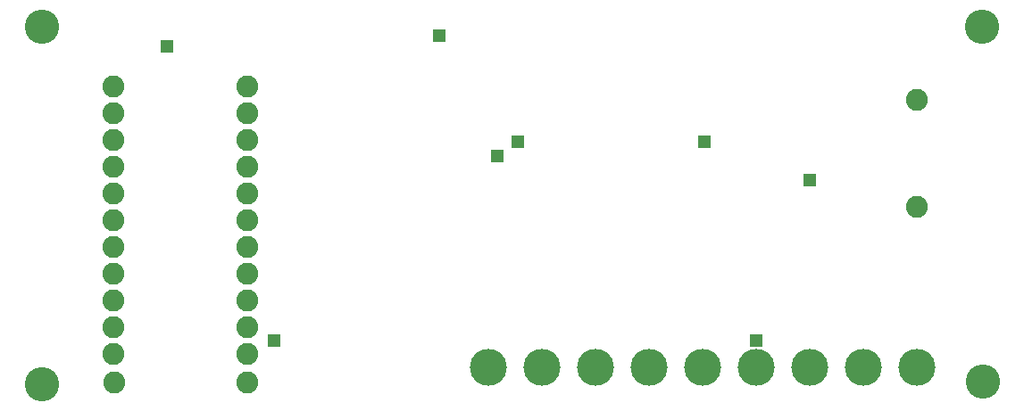
<source format=gbs>
G75*
%MOIN*%
%OFA0B0*%
%FSLAX25Y25*%
%IPPOS*%
%LPD*%
%AMOC8*
5,1,8,0,0,1.08239X$1,22.5*
%
%ADD10C,0.08200*%
%ADD11C,0.12800*%
%ADD12C,0.13800*%
%ADD13R,0.05162X0.05162*%
D10*
X0041918Y0015894D03*
X0041800Y0026800D03*
X0041800Y0036800D03*
X0041800Y0046800D03*
X0041800Y0056800D03*
X0041800Y0066800D03*
X0041800Y0076800D03*
X0041800Y0086800D03*
X0041800Y0096800D03*
X0041800Y0106800D03*
X0041800Y0116800D03*
X0041800Y0126800D03*
X0091800Y0126800D03*
X0091800Y0116800D03*
X0091800Y0106800D03*
X0091800Y0096800D03*
X0091800Y0086800D03*
X0091800Y0076800D03*
X0091800Y0066800D03*
X0091800Y0056800D03*
X0091800Y0046800D03*
X0091800Y0036800D03*
X0091800Y0026800D03*
X0091761Y0015973D03*
X0341800Y0081800D03*
X0341800Y0121800D03*
D11*
X0014831Y0015422D03*
X0014831Y0149162D03*
X0366091Y0149162D03*
X0366209Y0016209D03*
D12*
X0341800Y0021800D03*
X0321800Y0021800D03*
X0301800Y0021800D03*
X0281800Y0021800D03*
X0261800Y0021800D03*
X0241800Y0021800D03*
X0221800Y0021800D03*
X0201800Y0021800D03*
X0181800Y0021800D03*
D13*
X0101800Y0031800D03*
X0185028Y0100619D03*
X0192509Y0106131D03*
X0262194Y0106131D03*
X0301800Y0091800D03*
X0281800Y0031800D03*
X0061800Y0141800D03*
X0163454Y0145698D03*
M02*

</source>
